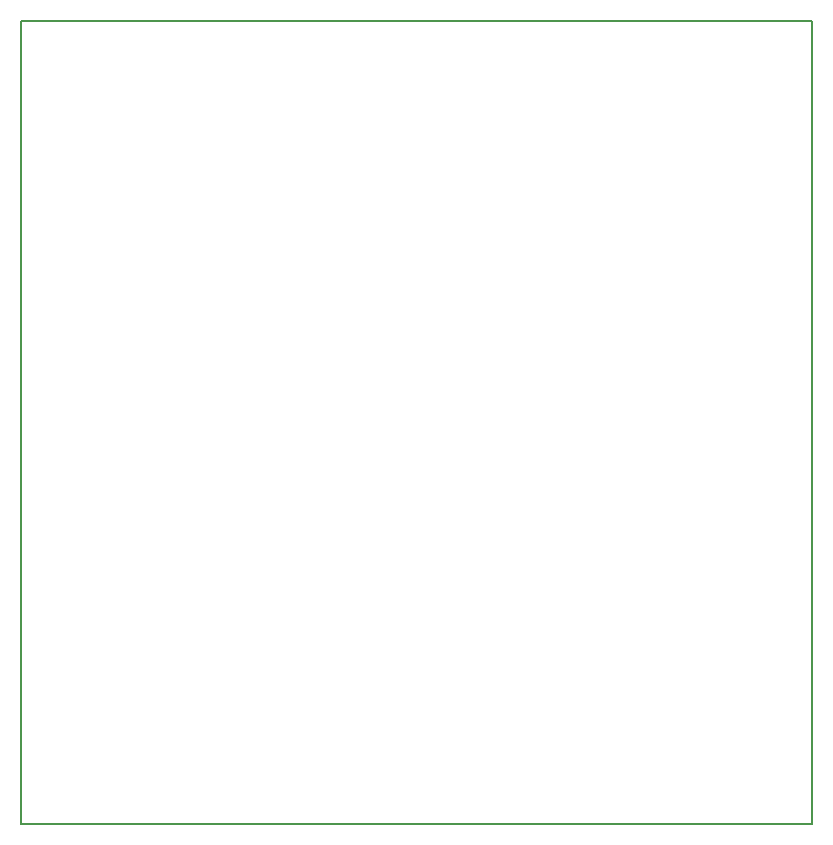
<source format=gm1>
G04 #@! TF.FileFunction,Profile,NP*
%FSLAX46Y46*%
G04 Gerber Fmt 4.6, Leading zero omitted, Abs format (unit mm)*
G04 Created by KiCad (PCBNEW 4.0.1-stable) date 2019/01/19 9:27:24*
%MOMM*%
G01*
G04 APERTURE LIST*
%ADD10C,0.100000*%
%ADD11C,0.150000*%
G04 APERTURE END LIST*
D10*
D11*
X170550000Y-132300000D02*
X103550000Y-132300000D01*
X103550000Y-64300000D02*
X170550000Y-64300000D01*
X103550000Y-132300000D02*
X103550000Y-64300000D01*
X170550000Y-64300000D02*
X170550000Y-132300000D01*
M02*

</source>
